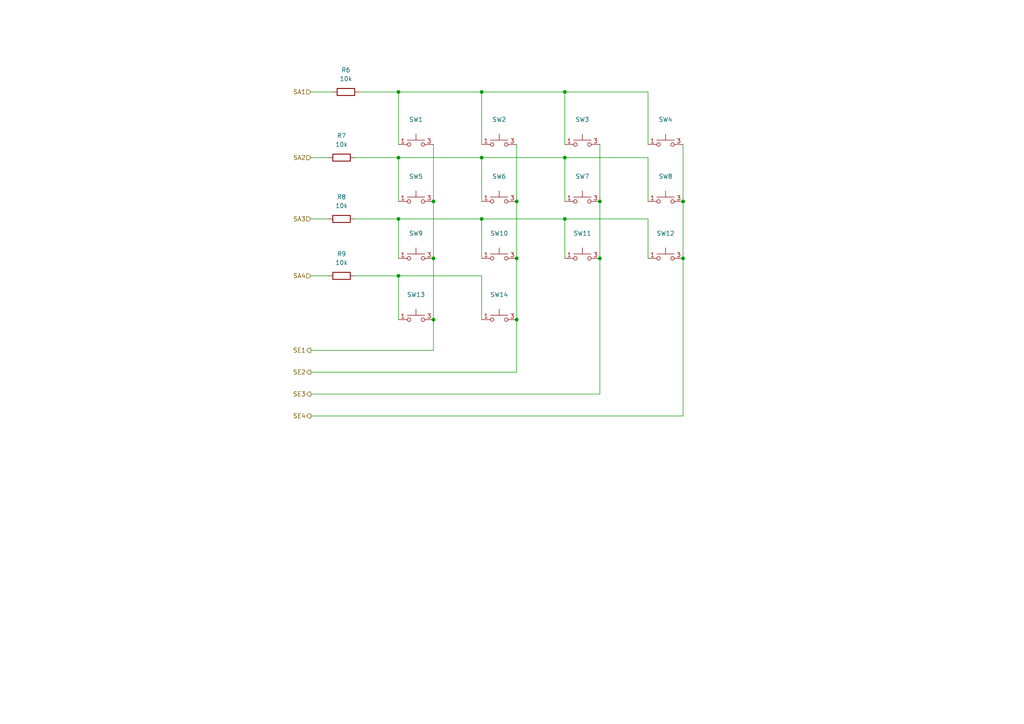
<source format=kicad_sch>
(kicad_sch (version 20211123) (generator eeschema)
  (paper "A4")
  (title_block (title "Button Matrix") (date "2022-01-17") (rev "0.0") (company "x-tech UG"))
  (lib_symbols
    (symbol "Device:R" (pin_numbers hide) (pin_names (offset 0))
      (property "Reference" "R" (at 2.032 0 90))
      (property "Value" "R" (at 0 0 90))
      (symbol "R_0_1"
        (rectangle (start -1.016 -2.54) (end 1.016 2.54) (stroke (width 0.254)))
      )
      (symbol "R_1_1"
        (pin passive line (at 0 3.81 270) (length 1.27) (name "~") (number "1"))
        (pin passive line (at 0 -3.81 90) (length 1.27) (name "~") (number "2"))
      )
    )
    (symbol "SW_MEC_5G_1_1" (pin_names (offset 1.016) hide)
      (property "Reference" "SW1" (at 0 7.239 0))
      (symbol "SW_MEC_5G_1_1_0_1"
        (circle (center -2.032 0) (radius 0.508))
        (polyline (pts (xy 0 1.27) (xy 0 3.048)))
        (polyline (pts (xy 2.54 1.27) (xy -2.54 1.27)))
        (circle (center 2.032 0) (radius 0.508))
        (pin passive line (at -5.08 0 0) (length 2.54) (name "A") (number "1"))
        (pin passive line (at 5.08 0 180) (length 2.54) (name "B") (number "3"))
      )
    )
    (symbol "SW_MEC_5G_1_10" (pin_names (offset 1.016) hide)
      (property "Reference" "SW1" (at 0 7.239 0))
      (symbol "SW_MEC_5G_1_10_0_1"
        (circle (center -2.032 0) (radius 0.508))
        (polyline (pts (xy 0 1.27) (xy 0 3.048)))
        (polyline (pts (xy 2.54 1.27) (xy -2.54 1.27)))
        (circle (center 2.032 0) (radius 0.508))
        (pin passive line (at -5.08 0 0) (length 2.54) (name "A") (number "1"))
        (pin passive line (at 5.08 0 180) (length 2.54) (name "B") (number "3"))
      )
    )
    (symbol "SW_MEC_5G_1_11" (pin_names (offset 1.016) hide)
      (property "Reference" "SW1" (at 0 7.239 0))
      (symbol "SW_MEC_5G_1_11_0_1"
        (circle (center -2.032 0) (radius 0.508))
        (polyline (pts (xy 0 1.27) (xy 0 3.048)))
        (polyline (pts (xy 2.54 1.27) (xy -2.54 1.27)))
        (circle (center 2.032 0) (radius 0.508))
        (pin passive line (at -5.08 0 0) (length 2.54) (name "A") (number "1"))
        (pin passive line (at 5.08 0 180) (length 2.54) (name "B") (number "3"))
      )
    )
    (symbol "SW_MEC_5G_1_12" (pin_names (offset 1.016) hide)
      (property "Reference" "SW1" (at 0 7.239 0))
      (symbol "SW_MEC_5G_1_12_0_1"
        (circle (center -2.032 0) (radius 0.508))
        (polyline (pts (xy 0 1.27) (xy 0 3.048)))
        (polyline (pts (xy 2.54 1.27) (xy -2.54 1.27)))
        (circle (center 2.032 0) (radius 0.508))
        (pin passive line (at -5.08 0 0) (length 2.54) (name "A") (number "1"))
        (pin passive line (at 5.08 0 180) (length 2.54) (name "B") (number "3"))
      )
    )
    (symbol "SW_MEC_5G_1_13" (pin_names (offset 1.016) hide)
      (property "Reference" "SW1" (at 0 7.239 0))
      (symbol "SW_MEC_5G_1_13_0_1"
        (circle (center -2.032 0) (radius 0.508))
        (polyline (pts (xy 0 1.27) (xy 0 3.048)))
        (polyline (pts (xy 2.54 1.27) (xy -2.54 1.27)))
        (circle (center 2.032 0) (radius 0.508))
        (pin passive line (at -5.08 0 0) (length 2.54) (name "A") (number "1"))
        (pin passive line (at 5.08 0 180) (length 2.54) (name "B") (number "3"))
      )
    )
    (symbol "SW_MEC_5G_1_2" (pin_names (offset 1.016) hide)
      (property "Reference" "SW1" (at 0 7.239 0))
      (symbol "SW_MEC_5G_1_2_0_1"
        (circle (center -2.032 0) (radius 0.508))
        (polyline (pts (xy 0 1.27) (xy 0 3.048)))
        (polyline (pts (xy 2.54 1.27) (xy -2.54 1.27)))
        (circle (center 2.032 0) (radius 0.508))
        (pin passive line (at -5.08 0 0) (length 2.54) (name "A") (number "1"))
        (pin passive line (at 5.08 0 180) (length 2.54) (name "B") (number "3"))
      )
    )
    (symbol "SW_MEC_5G_1_3" (pin_names (offset 1.016) hide)
      (property "Reference" "SW1" (at 0 7.239 0))
      (symbol "SW_MEC_5G_1_3_0_1"
        (circle (center -2.032 0) (radius 0.508))
        (polyline (pts (xy 0 1.27) (xy 0 3.048)))
        (polyline (pts (xy 2.54 1.27) (xy -2.54 1.27)))
        (circle (center 2.032 0) (radius 0.508))
        (pin passive line (at -5.08 0 0) (length 2.54) (name "A") (number "1"))
        (pin passive line (at 5.08 0 180) (length 2.54) (name "B") (number "3"))
      )
    )
    (symbol "SW_MEC_5G_1_4" (pin_names (offset 1.016) hide)
      (property "Reference" "SW1" (at 0 7.239 0))
      (symbol "SW_MEC_5G_1_4_0_1"
        (circle (center -2.032 0) (radius 0.508))
        (polyline (pts (xy 0 1.27) (xy 0 3.048)))
        (polyline (pts (xy 2.54 1.27) (xy -2.54 1.27)))
        (circle (center 2.032 0) (radius 0.508))
        (pin passive line (at -5.08 0 0) (length 2.54) (name "A") (number "1"))
        (pin passive line (at 5.08 0 180) (length 2.54) (name "B") (number "3"))
      )
    )
    (symbol "SW_MEC_5G_1_5" (pin_names (offset 1.016) hide)
      (property "Reference" "SW1" (at 0 7.239 0))
      (symbol "SW_MEC_5G_1_5_0_1"
        (circle (center -2.032 0) (radius 0.508))
        (polyline (pts (xy 0 1.27) (xy 0 3.048)))
        (polyline (pts (xy 2.54 1.27) (xy -2.54 1.27)))
        (circle (center 2.032 0) (radius 0.508))
        (pin passive line (at -5.08 0 0) (length 2.54) (name "A") (number "1"))
        (pin passive line (at 5.08 0 180) (length 2.54) (name "B") (number "3"))
      )
    )
    (symbol "SW_MEC_5G_1_6" (pin_names (offset 1.016) hide)
      (property "Reference" "SW1" (at 0 7.239 0))
      (symbol "SW_MEC_5G_1_6_0_1"
        (circle (center -2.032 0) (radius 0.508))
        (polyline (pts (xy 0 1.27) (xy 0 3.048)))
        (polyline (pts (xy 2.54 1.27) (xy -2.54 1.27)))
        (circle (center 2.032 0) (radius 0.508))
        (pin passive line (at -5.08 0 0) (length 2.54) (name "A") (number "1"))
        (pin passive line (at 5.08 0 180) (length 2.54) (name "B") (number "3"))
      )
    )
    (symbol "SW_MEC_5G_1_7" (pin_names (offset 1.016) hide)
      (property "Reference" "SW1" (at 0 7.239 0))
      (symbol "SW_MEC_5G_1_7_0_1"
        (circle (center -2.032 0) (radius 0.508))
        (polyline (pts (xy 0 1.27) (xy 0 3.048)))
        (polyline (pts (xy 2.54 1.27) (xy -2.54 1.27)))
        (circle (center 2.032 0) (radius 0.508))
        (pin passive line (at -5.08 0 0) (length 2.54) (name "A") (number "1"))
        (pin passive line (at 5.08 0 180) (length 2.54) (name "B") (number "3"))
      )
    )
    (symbol "SW_MEC_5G_1_8" (pin_names (offset 1.016) hide)
      (property "Reference" "SW1" (at 0 7.239 0))
      (symbol "SW_MEC_5G_1_8_0_1"
        (circle (center -2.032 0) (radius 0.508))
        (polyline (pts (xy 0 1.27) (xy 0 3.048)))
        (polyline (pts (xy 2.54 1.27) (xy -2.54 1.27)))
        (circle (center 2.032 0) (radius 0.508))
        (pin passive line (at -5.08 0 0) (length 2.54) (name "A") (number "1"))
        (pin passive line (at 5.08 0 180) (length 2.54) (name "B") (number "3"))
      )
    )
    (symbol "SW_MEC_5G_1_9" (pin_names (offset 1.016) hide)
      (property "Reference" "SW1" (at 0 7.239 0))
      (symbol "SW_MEC_5G_1_9_0_1"
        (circle (center -2.032 0) (radius 0.508))
        (polyline (pts (xy 0 1.27) (xy 0 3.048)))
        (polyline (pts (xy 2.54 1.27) (xy -2.54 1.27)))
        (circle (center 2.032 0) (radius 0.508))
        (pin passive line (at -5.08 0 0) (length 2.54) (name "A") (number "1"))
        (pin passive line (at 5.08 0 180) (length 2.54) (name "B") (number "3"))
      )
    )
    (symbol "ene9ba_Library:SW_MEC_5G_1" (pin_names (offset 1.016) hide)
      (property "Reference" "SW1" (at 0 7.239 0))
      (symbol "SW_MEC_5G_1_0_1"
        (circle (center -2.032 0) (radius 0.508))
        (polyline (pts (xy 0 1.27) (xy 0 3.048)))
        (polyline (pts (xy 2.54 1.27) (xy -2.54 1.27)))
        (circle (center 2.032 0) (radius 0.508))
        (pin passive line (at -5.08 0 0) (length 2.54) (name "A") (number "1"))
        (pin passive line (at 5.08 0 180) (length 2.54) (name "B") (number "3"))
      )
    )
  )
  (junction (at 125.73 74.93))
  (junction (at 115.57 45.72))
  (junction (at 115.57 26.67))
  (junction (at 139.7 26.67))
  (junction (at 198.12 74.93))
  (junction (at 115.57 63.5))
  (junction (at 115.57 80.01))
  (junction (at 173.99 74.93))
  (junction (at 173.99 58.42))
  (junction (at 163.83 45.72))
  (junction (at 163.83 63.5))
  (junction (at 149.86 58.42))
  (junction (at 139.7 63.5))
  (junction (at 149.86 74.93))
  (junction (at 139.7 45.72))
  (junction (at 163.83 26.67))
  (junction (at 198.12 58.42))
  (junction (at 125.73 92.71))
  (junction (at 125.73 58.42))
  (junction (at 149.86 92.71))
  (wire (pts (xy 139.7 26.67) (xy 163.83 26.67)))
  (wire (pts (xy 104.14 26.67) (xy 115.57 26.67)))
  (wire (pts (xy 163.83 45.72) (xy 187.96 45.72)))
  (wire (pts (xy 115.57 26.67) (xy 139.7 26.67)))
  (wire (pts (xy 139.7 45.72) (xy 139.7 58.42)))
  (wire (pts (xy 198.12 74.93) (xy 198.12 120.65)))
  (wire (pts (xy 90.17 80.01) (xy 95.25 80.01)))
  (wire (pts (xy 163.83 63.5) (xy 163.83 74.93)))
  (wire (pts (xy 149.86 41.91) (xy 149.86 58.42)))
  (wire (pts (xy 90.17 26.67) (xy 96.52 26.67)))
  (wire (pts (xy 115.57 63.5) (xy 115.57 74.93)))
  (wire (pts (xy 90.17 63.5) (xy 95.25 63.5)))
  (wire (pts (xy 187.96 45.72) (xy 187.96 58.42)))
  (wire (pts (xy 125.73 101.6) (xy 90.17 101.6)))
  (wire (pts (xy 149.86 58.42) (xy 149.86 74.93)))
  (wire (pts (xy 115.57 80.01) (xy 115.57 92.71)))
  (wire (pts (xy 139.7 63.5) (xy 163.83 63.5)))
  (wire (pts (xy 173.99 74.93) (xy 173.99 114.3)))
  (wire (pts (xy 125.73 58.42) (xy 125.73 74.93)))
  (wire (pts (xy 163.83 26.67) (xy 187.96 26.67)))
  (wire (pts (xy 163.83 63.5) (xy 187.96 63.5)))
  (wire (pts (xy 115.57 45.72) (xy 115.57 58.42)))
  (wire (pts (xy 187.96 26.67) (xy 187.96 41.91)))
  (wire (pts (xy 90.17 45.72) (xy 95.25 45.72)))
  (wire (pts (xy 125.73 92.71) (xy 125.73 101.6)))
  (wire (pts (xy 198.12 120.65) (xy 90.17 120.65)))
  (wire (pts (xy 139.7 26.67) (xy 139.7 41.91)))
  (wire (pts (xy 125.73 41.91) (xy 125.73 58.42)))
  (wire (pts (xy 115.57 45.72) (xy 139.7 45.72)))
  (wire (pts (xy 163.83 26.67) (xy 163.83 41.91)))
  (wire (pts (xy 125.73 74.93) (xy 125.73 92.71)))
  (wire (pts (xy 187.96 63.5) (xy 187.96 74.93)))
  (wire (pts (xy 198.12 41.91) (xy 198.12 58.42)))
  (wire (pts (xy 115.57 63.5) (xy 139.7 63.5)))
  (wire (pts (xy 139.7 63.5) (xy 139.7 74.93)))
  (wire (pts (xy 102.87 63.5) (xy 115.57 63.5)))
  (wire (pts (xy 149.86 74.93) (xy 149.86 92.71)))
  (wire (pts (xy 115.57 80.01) (xy 139.7 80.01)))
  (wire (pts (xy 102.87 45.72) (xy 115.57 45.72)))
  (wire (pts (xy 198.12 58.42) (xy 198.12 74.93)))
  (wire (pts (xy 149.86 92.71) (xy 149.86 107.95)))
  (wire (pts (xy 115.57 26.67) (xy 115.57 41.91)))
  (wire (pts (xy 139.7 80.01) (xy 139.7 92.71)))
  (wire (pts (xy 102.87 80.01) (xy 115.57 80.01)))
  (wire (pts (xy 149.86 107.95) (xy 90.17 107.95)))
  (wire (pts (xy 163.83 45.72) (xy 163.83 58.42)))
  (wire (pts (xy 139.7 45.72) (xy 163.83 45.72)))
  (wire (pts (xy 173.99 114.3) (xy 90.17 114.3)))
  (wire (pts (xy 173.99 58.42) (xy 173.99 74.93)))
  (wire (pts (xy 173.99 41.91) (xy 173.99 58.42)))
  (hierarchical_label "SE3" (shape output) (at 90.17 114.3 180))
  (hierarchical_label "SA2" (shape input) (at 90.17 45.72 180))
  (hierarchical_label "SA4" (shape input) (at 90.17 80.01 180))
  (hierarchical_label "SA1" (shape input) (at 90.17 26.67 180))
  (hierarchical_label "SA3" (shape input) (at 90.17 63.5 180))
  (hierarchical_label "SE2" (shape output) (at 90.17 107.95 180))
  (hierarchical_label "SE4" (shape output) (at 90.17 120.65 180))
  (hierarchical_label "SE1" (shape output) (at 90.17 101.6 180))
  (symbol (lib_id "Device:R") (at 99.06 45.72 90) (unit 1)
    (property "Reference" "R7" (at 99.06 39.37 90))
    (property "Value" "10k" (at 99.06 41.91 90))
    (property "Footprint" "Resistor_SMD:R_0805_2012Metric_Pad1.20x1.40mm_HandSolder" (effects hide))
    (property "LCSC Part" "C17414" (effects hide))
  )
  (symbol (lib_name "SW_MEC_5G_1_3") (lib_id "ene9ba_Library:SW_MEC_5G_1") (at 144.78 58.42 0) (unit 1)
    (property "Reference" "SW6" (at 144.78 51.181 0))
    (property "Value" "SW_MEC_5G" (effects hide))
    (property "Footprint" "lcsc:SW-SMD_4P-L4.5-W4.5-P3.00-LS7.0" (effects hide))
    (property "LCSC Part" "C2834928" (effects hide))
  )
  (symbol (lib_name "SW_MEC_5G_1_1") (lib_id "ene9ba_Library:SW_MEC_5G_1") (at 120.65 41.91 0) (unit 1)
    (property "Reference" "SW1" (at 120.65 34.671 0))
    (property "Value" "SW_MEC_5G" (effects hide))
    (property "Footprint" "lcsc:SW-SMD_4P-L4.5-W4.5-P3.00-LS7.0" (effects hide))
    (property "LCSC Part" "C2834928" (effects hide))
  )
  (symbol (lib_name "SW_MEC_5G_1_13") (lib_id "ene9ba_Library:SW_MEC_5G_1") (at 168.91 41.91 0) (unit 1)
    (property "Reference" "SW3" (at 168.91 34.671 0))
    (property "Value" "SW_MEC_5G" (effects hide))
    (property "Footprint" "lcsc:SW-SMD_4P-L4.5-W4.5-P3.00-LS7.0" (effects hide))
    (property "LCSC Part" "C2834928" (effects hide))
  )
  (symbol (lib_name "SW_MEC_5G_1_11") (lib_id "ene9ba_Library:SW_MEC_5G_1") (at 193.04 74.93 0) (unit 1)
    (property "Reference" "SW12" (at 193.04 67.691 0))
    (property "Value" "SW_MEC_5G" (effects hide))
    (property "Footprint" "lcsc:SW-SMD_4P-L4.5-W4.5-P3.00-LS7.0" (effects hide))
    (property "LCSC Part" "C2834928" (effects hide))
  )
  (symbol (lib_name "SW_MEC_5G_1_2") (lib_id "ene9ba_Library:SW_MEC_5G_1") (at 144.78 41.91 0) (unit 1)
    (property "Reference" "SW2" (at 144.78 34.671 0))
    (property "Value" "SW_MEC_5G" (effects hide))
    (property "Footprint" "lcsc:SW-SMD_4P-L4.5-W4.5-P3.00-LS7.0" (effects hide))
    (property "LCSC Part" "C2834928" (effects hide))
  )
  (symbol (lib_name "SW_MEC_5G_1_4") (lib_id "ene9ba_Library:SW_MEC_5G_1") (at 120.65 58.42 0) (unit 1)
    (property "Reference" "SW5" (at 120.65 51.181 0))
    (property "Value" "SW_MEC_5G" (effects hide))
    (property "Footprint" "lcsc:SW-SMD_4P-L4.5-W4.5-P3.00-LS7.0" (effects hide))
    (property "LCSC Part" "C2834928" (effects hide))
  )
  (symbol (lib_name "SW_MEC_5G_1_5") (lib_id "ene9ba_Library:SW_MEC_5G_1") (at 120.65 74.93 0) (unit 1)
    (property "Reference" "SW9" (at 120.65 67.691 0))
    (property "Value" "SW_MEC_5G" (effects hide))
    (property "Footprint" "lcsc:SW-SMD_4P-L4.5-W4.5-P3.00-LS7.0" (effects hide))
    (property "LCSC Part" "C2834928" (effects hide))
  )
  (symbol (lib_name "SW_MEC_5G_1_8") (lib_id "ene9ba_Library:SW_MEC_5G_1") (at 120.65 92.71 0) (unit 1)
    (property "Reference" "SW13" (at 120.65 85.471 0))
    (property "Value" "SW_MEC_5G" (effects hide))
    (property "Footprint" "lcsc:SW-SMD_4P-L4.5-W4.5-P3.00-LS7.0" (effects hide))
    (property "LCSC Part" "C2834928" (effects hide))
  )
  (symbol (lib_id "Device:R") (at 99.06 63.5 90) (unit 1)
    (property "Reference" "R8" (at 99.06 57.15 90))
    (property "Value" "10k" (at 99.06 59.69 90))
    (property "Footprint" "Resistor_SMD:R_0805_2012Metric_Pad1.20x1.40mm_HandSolder" (effects hide))
    (property "LCSC Part" "C17414" (effects hide))
  )
  (symbol (lib_id "Device:R") (at 100.33 26.67 90) (unit 1)
    (property "Reference" "R6" (at 100.33 20.32 90))
    (property "Value" "10k" (at 100.33 22.86 90))
    (property "Footprint" "Resistor_SMD:R_0805_2012Metric_Pad1.20x1.40mm_HandSolder" (effects hide))
    (property "LCSC Part" "C17414" (effects hide))
  )
  (symbol (lib_id "Device:R") (at 99.06 80.01 90) (unit 1)
    (property "Reference" "R9" (at 99.06 73.66 90))
    (property "Value" "10k" (at 99.06 76.2 90))
    (property "Footprint" "Resistor_SMD:R_0805_2012Metric_Pad1.20x1.40mm_HandSolder" (effects hide))
    (property "LCSC Part" "C17414" (effects hide))
  )
  (symbol (lib_name "SW_MEC_5G_1_10") (lib_id "ene9ba_Library:SW_MEC_5G_1") (at 168.91 58.42 0) (unit 1)
    (property "Reference" "SW7" (at 168.91 51.181 0))
    (property "Value" "SW_MEC_5G" (effects hide))
    (property "Footprint" "lcsc:SW-SMD_4P-L4.5-W4.5-P3.00-LS7.0" (effects hide))
    (property "LCSC Part" "C2834928" (effects hide))
  )
  (symbol (lib_name "SW_MEC_5G_1_7") (lib_id "ene9ba_Library:SW_MEC_5G_1") (at 144.78 92.71 0) (unit 1)
    (property "Reference" "SW14" (at 144.78 85.471 0))
    (property "Value" "SW_MEC_5G" (effects hide))
    (property "Footprint" "lcsc:SW-SMD_4P-L4.5-W4.5-P3.00-LS7.0" (effects hide))
    (property "LCSC Part" "C2834928" (effects hide))
  )
  (symbol (lib_id "ene9ba_Library:SW_MEC_5G_1") (at 168.91 74.93 0) (unit 1)
    (property "Reference" "SW11" (at 168.91 67.691 0))
    (property "Value" "SW_MEC_5G" (effects hide))
    (property "Footprint" "lcsc:SW-SMD_4P-L4.5-W4.5-P3.00-LS7.0" (effects hide))
    (property "LCSC Part" "C2834928" (effects hide))
  )
  (symbol (lib_name "SW_MEC_5G_1_12") (lib_id "ene9ba_Library:SW_MEC_5G_1") (at 193.04 41.91 0) (unit 1)
    (property "Reference" "SW4" (at 193.04 34.671 0))
    (property "Value" "SW_MEC_5G" (effects hide))
    (property "Footprint" "lcsc:SW-SMD_4P-L4.5-W4.5-P3.00-LS7.0" (effects hide))
    (property "LCSC Part" "C2834928" (effects hide))
  )
  (symbol (lib_name "SW_MEC_5G_1_9") (lib_id "ene9ba_Library:SW_MEC_5G_1") (at 193.04 58.42 0) (unit 1)
    (property "Reference" "SW8" (at 193.04 51.181 0))
    (property "Value" "SW_MEC_5G" (effects hide))
    (property "Footprint" "lcsc:SW-SMD_4P-L4.5-W4.5-P3.00-LS7.0" (effects hide))
    (property "LCSC Part" "C2834928" (effects hide))
  )
  (symbol (lib_name "SW_MEC_5G_1_6") (lib_id "ene9ba_Library:SW_MEC_5G_1") (at 144.78 74.93 0) (unit 1)
    (property "Reference" "SW10" (at 144.78 67.691 0))
    (property "Value" "SW_MEC_5G" (effects hide))
    (property "Footprint" "lcsc:SW-SMD_4P-L4.5-W4.5-P3.00-LS7.0" (effects hide))
    (property "LCSC Part" "C2834928" (effects hide))
  )
)
</source>
